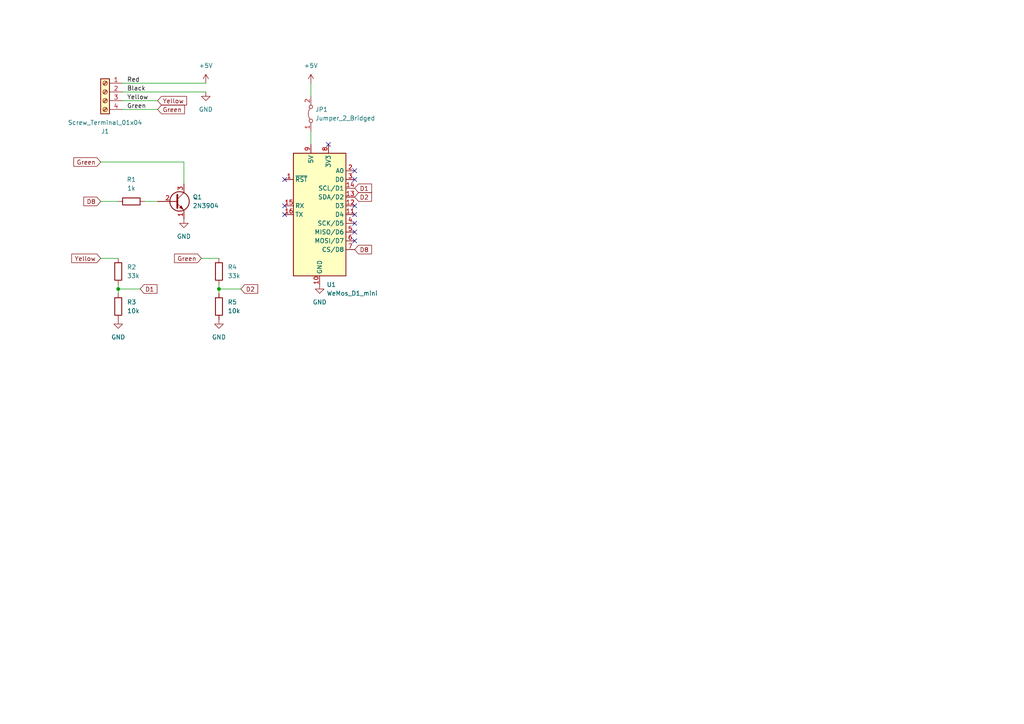
<source format=kicad_sch>
(kicad_sch (version 20211123) (generator eeschema)
  (paper "A4")
  (lib_symbols
    (symbol "Connector:Screw_Terminal_01x04" (pin_names (offset 1.016) hide)
      (property "Reference" "J" (at 0 5.08 0))
      (property "Value" "Screw_Terminal_01x04" (at 0 -7.62 0))
      (symbol "Screw_Terminal_01x04_1_1"
        (rectangle (start -1.27 3.81) (end 1.27 -6.35) (stroke (width 0.254)) (fill (type background)))
        (circle (center 0 -5.08) (radius 0.635) (stroke (width 0.1524)))
        (circle (center 0 -2.54) (radius 0.635) (stroke (width 0.1524)))
        (polyline (pts (xy -0.5334 -4.7498) (xy 0.3302 -5.588)) (stroke (width 0.1524)))
        (polyline (pts (xy -0.5334 -2.2098) (xy 0.3302 -3.048)) (stroke (width 0.1524)))
        (polyline (pts (xy -0.5334 0.3302) (xy 0.3302 -0.508)) (stroke (width 0.1524)))
        (polyline (pts (xy -0.5334 2.8702) (xy 0.3302 2.032)) (stroke (width 0.1524)))
        (polyline (pts (xy -0.3556 -4.572) (xy 0.508 -5.4102)) (stroke (width 0.1524)))
        (polyline (pts (xy -0.3556 -2.032) (xy 0.508 -2.8702)) (stroke (width 0.1524)))
        (polyline (pts (xy -0.3556 0.508) (xy 0.508 -0.3302)) (stroke (width 0.1524)))
        (polyline (pts (xy -0.3556 3.048) (xy 0.508 2.2098)) (stroke (width 0.1524)))
        (circle (center 0 0) (radius 0.635) (stroke (width 0.1524)))
        (circle (center 0 2.54) (radius 0.635) (stroke (width 0.1524)))
        (pin passive line (at -5.08 2.54 0) (length 3.81) (name "Pin_1") (number "1"))
        (pin passive line (at -5.08 0 0) (length 3.81) (name "Pin_2") (number "2"))
        (pin passive line (at -5.08 -2.54 0) (length 3.81) (name "Pin_3") (number "3"))
        (pin passive line (at -5.08 -5.08 0) (length 3.81) (name "Pin_4") (number "4"))
      )
    )
    (symbol "Device:R" (pin_numbers hide) (pin_names (offset 0))
      (property "Reference" "R" (at 2.032 0 90))
      (property "Value" "R" (at 0 0 90))
      (symbol "R_0_1"
        (rectangle (start -1.016 -2.54) (end 1.016 2.54) (stroke (width 0.254)))
      )
      (symbol "R_1_1"
        (pin passive line (at 0 3.81 270) (length 1.27) (name "~") (number "1"))
        (pin passive line (at 0 -3.81 90) (length 1.27) (name "~") (number "2"))
      )
    )
    (symbol "Jumper:Jumper_2_Bridged" (pin_names (offset 0) hide)
      (property "Reference" "JP" (at 0 1.905 0))
      (property "Value" "Jumper_2_Bridged" (at 0 -2.54 0))
      (symbol "Jumper_2_Bridged_0_0"
        (circle (center -2.032 0) (radius 0.508))
        (circle (center 2.032 0) (radius 0.508))
      )
      (symbol "Jumper_2_Bridged_0_1"
        (arc (start 1.524 0.254) (mid 0 0.762) (end -1.524 0.254))
      )
      (symbol "Jumper_2_Bridged_1_1"
        (pin passive line (at -5.08 0 0) (length 2.54) (name "A") (number "1"))
        (pin passive line (at 5.08 0 180) (length 2.54) (name "B") (number "2"))
      )
    )
    (symbol "MCU_Module:WeMos_D1_mini"
      (property "Reference" "U" (at 3.81 19.05 0))
      (property "Value" "WeMos_D1_mini" (at 1.27 -19.05 0))
      (symbol "WeMos_D1_mini_1_1"
        (rectangle (start -7.62 17.78) (end 7.62 -17.78) (stroke (width 0.254)) (fill (type background)))
        (pin input line (at -10.16 10.16 0) (length 2.54) (name "~{RST}") (number "1"))
        (pin power_in line (at 0 -20.32 90) (length 2.54) (name "GND") (number "10"))
        (pin bidirectional line (at 10.16 0 180) (length 2.54) (name "D4") (number "11"))
        (pin bidirectional line (at 10.16 2.54 180) (length 2.54) (name "D3") (number "12"))
        (pin bidirectional line (at 10.16 5.08 180) (length 2.54) (name "SDA/D2") (number "13"))
        (pin bidirectional line (at 10.16 7.62 180) (length 2.54) (name "SCL/D1") (number "14"))
        (pin input line (at -10.16 2.54 0) (length 2.54) (name "RX") (number "15"))
        (pin output line (at -10.16 0 0) (length 2.54) (name "TX") (number "16"))
        (pin input line (at 10.16 12.7 180) (length 2.54) (name "A0") (number "2"))
        (pin bidirectional line (at 10.16 10.16 180) (length 2.54) (name "D0") (number "3"))
        (pin bidirectional line (at 10.16 -2.54 180) (length 2.54) (name "SCK/D5") (number "4"))
        (pin bidirectional line (at 10.16 -5.08 180) (length 2.54) (name "MISO/D6") (number "5"))
        (pin bidirectional line (at 10.16 -7.62 180) (length 2.54) (name "MOSI/D7") (number "6"))
        (pin bidirectional line (at 10.16 -10.16 180) (length 2.54) (name "CS/D8") (number "7"))
        (pin power_out line (at 2.54 20.32 270) (length 2.54) (name "3V3") (number "8"))
        (pin power_in line (at -2.54 20.32 270) (length 2.54) (name "5V") (number "9"))
      )
    )
    (symbol "Transistor_BJT:2N3904" (pin_names (offset 0) hide)
      (property "Reference" "Q" (at 5.08 1.905 0))
      (property "Value" "2N3904" (at 5.08 0 0))
      (symbol "2N3904_0_1"
        (polyline (pts (xy 0.635 0.635) (xy 2.54 2.54)))
        (polyline (pts (xy 0.635 -0.635) (xy 2.54 -2.54) (xy 2.54 -2.54)))
        (polyline (pts (xy 0.635 1.905) (xy 0.635 -1.905) (xy 0.635 -1.905)) (stroke (width 0.508)))
        (polyline (pts (xy 1.27 -1.778) (xy 1.778 -1.27) (xy 2.286 -2.286) (xy 1.27 -1.778) (xy 1.27 -1.778)) (fill (type outline)))
        (circle (center 1.27 0) (radius 2.8194) (stroke (width 0.254)))
      )
      (symbol "2N3904_1_1"
        (pin passive line (at 2.54 -5.08 90) (length 2.54) (name "E") (number "1"))
        (pin passive line (at -5.08 0 0) (length 5.715) (name "B") (number "2"))
        (pin passive line (at 2.54 5.08 270) (length 2.54) (name "C") (number "3"))
      )
    )
    (symbol "power:+5V" (power) (pin_names (offset 0))
      (property "Value" "+5V" (at 0 3.556 0))
      (symbol "+5V_0_1"
        (polyline (pts (xy -0.762 1.27) (xy 0 2.54)))
        (polyline (pts (xy 0 0) (xy 0 2.54)))
        (polyline (pts (xy 0 2.54) (xy 0.762 1.27)))
      )
      (symbol "+5V_1_1"
        (pin power_in line (at 0 0 90) (length 0) hide (name "+5V") (number "1"))
      )
    )
    (symbol "power:GND" (power) (pin_names (offset 0))
      (property "Value" "GND" (at 0 -3.81 0))
      (symbol "GND_0_1"
        (polyline (pts (xy 0 0) (xy 0 -1.27) (xy 1.27 -1.27) (xy 0 -2.54) (xy -1.27 -1.27) (xy 0 -1.27)))
      )
      (symbol "GND_1_1"
        (pin power_in line (at 0 0 270) (length 0) hide (name "GND") (number "1"))
      )
    )
  )
  (junction (at 34.29 83.82))
  (junction (at 63.5 83.82))
  (no_connect (at 82.55 62.23))
  (no_connect (at 95.25 41.91))
  (no_connect (at 102.87 69.85))
  (no_connect (at 82.55 59.69))
  (no_connect (at 102.87 59.69))
  (no_connect (at 102.87 52.07))
  (no_connect (at 102.87 62.23))
  (no_connect (at 102.87 64.77))
  (no_connect (at 102.87 49.53))
  (no_connect (at 102.87 67.31))
  (no_connect (at 82.55 52.07))
  (wire (pts (xy 63.5 83.82) (xy 63.5 85.09)))
  (wire (pts (xy 35.56 29.21) (xy 45.72 29.21)))
  (wire (pts (xy 58.42 74.93) (xy 63.5 74.93)))
  (wire (pts (xy 35.56 31.75) (xy 45.72 31.75)))
  (wire (pts (xy 29.21 46.99) (xy 53.34 46.99)))
  (wire (pts (xy 34.29 83.82) (xy 40.64 83.82)))
  (wire (pts (xy 53.34 46.99) (xy 53.34 53.34)))
  (wire (pts (xy 63.5 83.82) (xy 69.85 83.82)))
  (wire (pts (xy 90.17 38.1) (xy 90.17 41.91)))
  (wire (pts (xy 34.29 83.82) (xy 34.29 85.09)))
  (wire (pts (xy 63.5 82.55) (xy 63.5 83.82)))
  (wire (pts (xy 35.56 24.13) (xy 59.69 24.13)))
  (wire (pts (xy 29.21 74.93) (xy 34.29 74.93)))
  (wire (pts (xy 34.29 82.55) (xy 34.29 83.82)))
  (wire (pts (xy 35.56 26.67) (xy 59.69 26.67)))
  (wire (pts (xy 41.91 58.42) (xy 45.72 58.42)))
  (wire (pts (xy 90.17 24.13) (xy 90.17 27.94)))
  (wire (pts (xy 29.21 58.42) (xy 34.29 58.42)))
  (label "Red" (at 36.83 24.13 0))
  (label "Green" (at 36.83 31.75 0))
  (label "Black" (at 36.83 26.67 0))
  (label "Yellow" (at 36.83 29.21 0))
  (global_label "D8" (shape input) (at 102.87 72.39 0) (property "Intersheet References" "${INTERSHEET_REFS}" (effects hide)))
  (global_label "Green" (shape input) (at 58.42 74.93 180) (property "Intersheet References" "${INTERSHEET_REFS}" (effects hide)))
  (global_label "D2" (shape input) (at 69.85 83.82 0) (property "Intersheet References" "${INTERSHEET_REFS}" (effects hide)))
  (global_label "D1" (shape input) (at 102.87 54.61 0) (property "Intersheet References" "${INTERSHEET_REFS}" (effects hide)))
  (global_label "Yellow" (shape input) (at 45.72 29.21 0) (property "Intersheet References" "${INTERSHEET_REFS}" (effects hide)))
  (global_label "D8" (shape input) (at 29.21 58.42 180) (property "Intersheet References" "${INTERSHEET_REFS}" (effects hide)))
  (global_label "D2" (shape input) (at 102.87 57.15 0) (property "Intersheet References" "${INTERSHEET_REFS}" (effects hide)))
  (global_label "D1" (shape input) (at 40.64 83.82 0) (property "Intersheet References" "${INTERSHEET_REFS}" (effects hide)))
  (global_label "Green" (shape input) (at 29.21 46.99 180) (property "Intersheet References" "${INTERSHEET_REFS}" (effects hide)))
  (global_label "Yellow" (shape input) (at 29.21 74.93 180) (property "Intersheet References" "${INTERSHEET_REFS}" (effects hide)))
  (global_label "Green" (shape input) (at 45.72 31.75 0) (property "Intersheet References" "${INTERSHEET_REFS}" (effects hide)))
  (symbol (lib_id "Device:R") (at 34.29 88.9 0) (unit 1)
    (property "Reference" "R3" (at 36.83 87.6299 0) (effects (justify left)))
    (property "Value" "10k" (at 36.83 90.1699 0) (effects (justify left)))
    (property "Footprint" "Resistor_SMD:R_1206_3216Metric_Pad1.30x1.75mm_HandSolder" (effects hide))
  )
  (symbol (lib_id "Connector:Screw_Terminal_01x04") (at 30.48 26.67 0) (mirror y) (unit 1)
    (property "Reference" "J1" (at 30.48 38.1 0))
    (property "Value" "Screw_Terminal_01x04" (at 30.48 35.56 0))
    (property "Footprint" "TerminalBlock_Phoenix:TerminalBlock_Phoenix_MKDS-1,5-4-5.08_1x04_P5.08mm_Horizontal" (effects hide))
  )
  (symbol (lib_id "Device:R") (at 63.5 78.74 0) (unit 1)
    (property "Reference" "R4" (at 66.04 77.4699 0) (effects (justify left)))
    (property "Value" "33k" (at 66.04 80.0099 0) (effects (justify left)))
    (property "Footprint" "Resistor_SMD:R_1206_3216Metric_Pad1.30x1.75mm_HandSolder" (effects hide))
  )
  (symbol (lib_id "power:GND") (at 34.29 92.71 0) (unit 1)
    (property "Reference" "#PWR01" (effects hide))
    (property "Value" "GND" (at 34.29 97.79 0))
  )
  (symbol (lib_id "power:+5V") (at 59.69 24.13 0) (unit 1)
    (property "Reference" "#PWR03" (effects hide))
    (property "Value" "+5V" (at 59.69 19.05 0))
  )
  (symbol (lib_id "Jumper:Jumper_2_Bridged") (at 90.17 33.02 90) (unit 1)
    (property "Reference" "JP1" (at 91.44 31.7499 90) (effects (justify right)))
    (property "Value" "Jumper_2_Bridged" (at 91.44 34.2899 90) (effects (justify right)))
    (property "Footprint" "Connector_PinHeader_2.54mm:PinHeader_1x02_P2.54mm_Vertical" (effects hide))
  )
  (symbol (lib_id "MCU_Module:WeMos_D1_mini") (at 92.71 62.23 0) (unit 1)
    (property "Reference" "U1" (at 94.7294 82.55 0) (effects (justify left)))
    (property "Value" "WeMos_D1_mini" (at 94.7294 85.09 0) (effects (justify left)))
    (property "Footprint" "Module:WEMOS_D1_mini_light" (effects hide))
    (property "Datasheet" "https://wiki.wemos.cc/products:d1:d1_mini#documentation" (effects hide))
  )
  (symbol (lib_id "power:GND") (at 59.69 26.67 0) (unit 1)
    (property "Reference" "#PWR04" (effects hide))
    (property "Value" "GND" (at 59.69 31.75 0))
  )
  (symbol (lib_id "power:GND") (at 53.34 63.5 0) (unit 1)
    (property "Reference" "#PWR02" (effects hide))
    (property "Value" "GND" (at 53.34 68.58 0))
  )
  (symbol (lib_id "power:GND") (at 63.5 92.71 0) (unit 1)
    (property "Reference" "#PWR05" (effects hide))
    (property "Value" "GND" (at 63.5 97.79 0))
  )
  (symbol (lib_id "Device:R") (at 38.1 58.42 90) (unit 1)
    (property "Reference" "R1" (at 38.1 52.07 90))
    (property "Value" "1k" (at 38.1 54.61 90))
    (property "Footprint" "Resistor_SMD:R_1206_3216Metric_Pad1.30x1.75mm_HandSolder" (effects hide))
  )
  (symbol (lib_id "power:+5V") (at 90.17 24.13 0) (unit 1)
    (property "Reference" "#PWR06" (effects hide))
    (property "Value" "+5V" (at 90.17 19.05 0))
  )
  (symbol (lib_id "Transistor_BJT:2N3904") (at 50.8 58.42 0) (unit 1)
    (property "Reference" "Q1" (at 55.88 57.1499 0) (effects (justify left)))
    (property "Value" "2N3904" (at 55.88 59.6899 0) (effects (justify left)))
    (property "Footprint" "Package_TO_SOT_THT:TO-92_Inline_Wide" (effects hide))
    (property "Datasheet" "https://www.onsemi.com/pub/Collateral/2N3903-D.PDF" (effects hide))
  )
  (symbol (lib_id "power:GND") (at 92.71 82.55 0) (unit 1)
    (property "Reference" "#PWR07" (effects hide))
    (property "Value" "GND" (at 92.71 87.63 0))
  )
  (symbol (lib_id "Device:R") (at 34.29 78.74 0) (unit 1)
    (property "Reference" "R2" (at 36.83 77.4699 0) (effects (justify left)))
    (property "Value" "33k" (at 36.83 80.0099 0) (effects (justify left)))
    (property "Footprint" "Resistor_SMD:R_1206_3216Metric_Pad1.30x1.75mm_HandSolder" (effects hide))
  )
  (symbol (lib_id "Device:R") (at 63.5 88.9 0) (unit 1)
    (property "Reference" "R5" (at 66.04 87.6299 0) (effects (justify left)))
    (property "Value" "10k" (at 66.04 90.1699 0) (effects (justify left)))
    (property "Footprint" "Resistor_SMD:R_1206_3216Metric_Pad1.30x1.75mm_HandSolder" (effects hide))
  )
)
</source>
